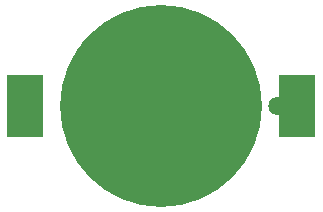
<source format=gbs>
G04 Layer: BottomSolderMaskLayer*
G04 EasyEDA v6.5.34, 2023-09-03 14:00:07*
G04 0d370e9aff9448ea9080f85309a0253c,ed70181f279245e6aff80281ee7dc86a,10*
G04 Gerber Generator version 0.2*
G04 Scale: 100 percent, Rotated: No, Reflected: No *
G04 Dimensions in millimeters *
G04 leading zeros omitted , absolute positions ,4 integer and 5 decimal *
%FSLAX45Y45*%
%MOMM*%

%AMMACRO1*1,1,$1,$2,$3*1,1,$1,$4,$5*1,1,$1,0-$2,0-$3*1,1,$1,0-$4,0-$5*20,1,$1,$2,$3,$4,$5,0*20,1,$1,$4,$5,0-$2,0-$3,0*20,1,$1,0-$2,0-$3,0-$4,0-$5,0*20,1,$1,0-$4,0-$5,$2,$3,0*4,1,4,$2,$3,$4,$5,0-$2,0-$3,0-$4,0-$5,$2,$3,0*%
%ADD10C,17.1000*%
%ADD11MACRO1,0.1X-1.45X2.6X-1.45X-2.6*%
%ADD12C,1.6256*%

%LPD*%
D10*
G01*
X5003800Y5003800D03*
D11*
G01*
X3852798Y5003800D03*
G01*
X6154801Y5003800D03*
D12*
G01*
X5689600Y5003800D03*
G01*
X5994400Y5003800D03*
G01*
X4406900Y5499100D03*
G01*
X4254500Y4826000D03*
G01*
X5016500Y4991100D03*
M02*

</source>
